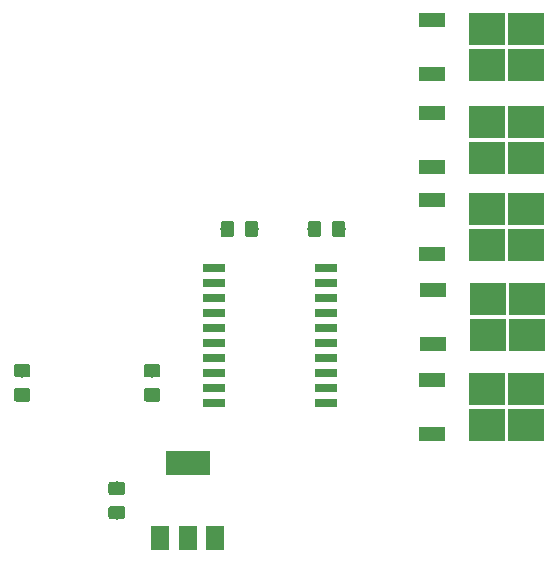
<source format=gbr>
G04 #@! TF.GenerationSoftware,KiCad,Pcbnew,(5.1.0-rc1-9-g8f320697a)*
G04 #@! TF.CreationDate,2019-02-20T21:31:05+01:00
G04 #@! TF.ProjectId,kicad,6b696361-642e-46b6-9963-61645f706362,rev?*
G04 #@! TF.SameCoordinates,Original*
G04 #@! TF.FileFunction,Paste,Top*
G04 #@! TF.FilePolarity,Positive*
%FSLAX46Y46*%
G04 Gerber Fmt 4.6, Leading zero omitted, Abs format (unit mm)*
G04 Created by KiCad (PCBNEW (5.1.0-rc1-9-g8f320697a)) date 2019-02-20 21:31:05*
%MOMM*%
%LPD*%
G04 APERTURE LIST*
%ADD10R,1.950000X0.700000*%
%ADD11C,0.100000*%
%ADD12C,1.150000*%
%ADD13R,2.200000X1.200000*%
%ADD14R,3.050000X2.750000*%
%ADD15R,3.800000X2.000000*%
%ADD16R,1.500000X2.000000*%
G04 APERTURE END LIST*
D10*
X191725000Y-73285000D03*
X191725000Y-74555000D03*
X191725000Y-75825000D03*
X191725000Y-77095000D03*
X191725000Y-78365000D03*
X191725000Y-79635000D03*
X191725000Y-80905000D03*
X191725000Y-82175000D03*
X191725000Y-83445000D03*
X191725000Y-84715000D03*
X182275000Y-84715000D03*
X182275000Y-83445000D03*
X182275000Y-82175000D03*
X182275000Y-80905000D03*
X182275000Y-79635000D03*
X182275000Y-78365000D03*
X182275000Y-77095000D03*
X182275000Y-75825000D03*
X182275000Y-74555000D03*
X182275000Y-73285000D03*
D11*
G36*
X174474505Y-91401204D02*
G01*
X174498773Y-91404804D01*
X174522572Y-91410765D01*
X174545671Y-91419030D01*
X174567850Y-91429520D01*
X174588893Y-91442132D01*
X174608599Y-91456747D01*
X174626777Y-91473223D01*
X174643253Y-91491401D01*
X174657868Y-91511107D01*
X174670480Y-91532150D01*
X174680970Y-91554329D01*
X174689235Y-91577428D01*
X174695196Y-91601227D01*
X174698796Y-91625495D01*
X174700000Y-91649999D01*
X174700000Y-92300001D01*
X174698796Y-92324505D01*
X174695196Y-92348773D01*
X174689235Y-92372572D01*
X174680970Y-92395671D01*
X174670480Y-92417850D01*
X174657868Y-92438893D01*
X174643253Y-92458599D01*
X174626777Y-92476777D01*
X174608599Y-92493253D01*
X174588893Y-92507868D01*
X174567850Y-92520480D01*
X174545671Y-92530970D01*
X174522572Y-92539235D01*
X174498773Y-92545196D01*
X174474505Y-92548796D01*
X174450001Y-92550000D01*
X173549999Y-92550000D01*
X173525495Y-92548796D01*
X173501227Y-92545196D01*
X173477428Y-92539235D01*
X173454329Y-92530970D01*
X173432150Y-92520480D01*
X173411107Y-92507868D01*
X173391401Y-92493253D01*
X173373223Y-92476777D01*
X173356747Y-92458599D01*
X173342132Y-92438893D01*
X173329520Y-92417850D01*
X173319030Y-92395671D01*
X173310765Y-92372572D01*
X173304804Y-92348773D01*
X173301204Y-92324505D01*
X173300000Y-92300001D01*
X173300000Y-91649999D01*
X173301204Y-91625495D01*
X173304804Y-91601227D01*
X173310765Y-91577428D01*
X173319030Y-91554329D01*
X173329520Y-91532150D01*
X173342132Y-91511107D01*
X173356747Y-91491401D01*
X173373223Y-91473223D01*
X173391401Y-91456747D01*
X173411107Y-91442132D01*
X173432150Y-91429520D01*
X173454329Y-91419030D01*
X173477428Y-91410765D01*
X173501227Y-91404804D01*
X173525495Y-91401204D01*
X173549999Y-91400000D01*
X174450001Y-91400000D01*
X174474505Y-91401204D01*
X174474505Y-91401204D01*
G37*
D12*
X174000000Y-91975000D03*
D11*
G36*
X174474505Y-93451204D02*
G01*
X174498773Y-93454804D01*
X174522572Y-93460765D01*
X174545671Y-93469030D01*
X174567850Y-93479520D01*
X174588893Y-93492132D01*
X174608599Y-93506747D01*
X174626777Y-93523223D01*
X174643253Y-93541401D01*
X174657868Y-93561107D01*
X174670480Y-93582150D01*
X174680970Y-93604329D01*
X174689235Y-93627428D01*
X174695196Y-93651227D01*
X174698796Y-93675495D01*
X174700000Y-93699999D01*
X174700000Y-94350001D01*
X174698796Y-94374505D01*
X174695196Y-94398773D01*
X174689235Y-94422572D01*
X174680970Y-94445671D01*
X174670480Y-94467850D01*
X174657868Y-94488893D01*
X174643253Y-94508599D01*
X174626777Y-94526777D01*
X174608599Y-94543253D01*
X174588893Y-94557868D01*
X174567850Y-94570480D01*
X174545671Y-94580970D01*
X174522572Y-94589235D01*
X174498773Y-94595196D01*
X174474505Y-94598796D01*
X174450001Y-94600000D01*
X173549999Y-94600000D01*
X173525495Y-94598796D01*
X173501227Y-94595196D01*
X173477428Y-94589235D01*
X173454329Y-94580970D01*
X173432150Y-94570480D01*
X173411107Y-94557868D01*
X173391401Y-94543253D01*
X173373223Y-94526777D01*
X173356747Y-94508599D01*
X173342132Y-94488893D01*
X173329520Y-94467850D01*
X173319030Y-94445671D01*
X173310765Y-94422572D01*
X173304804Y-94398773D01*
X173301204Y-94374505D01*
X173300000Y-94350001D01*
X173300000Y-93699999D01*
X173301204Y-93675495D01*
X173304804Y-93651227D01*
X173310765Y-93627428D01*
X173319030Y-93604329D01*
X173329520Y-93582150D01*
X173342132Y-93561107D01*
X173356747Y-93541401D01*
X173373223Y-93523223D01*
X173391401Y-93506747D01*
X173411107Y-93492132D01*
X173432150Y-93479520D01*
X173454329Y-93469030D01*
X173477428Y-93460765D01*
X173501227Y-93454804D01*
X173525495Y-93451204D01*
X173549999Y-93450000D01*
X174450001Y-93450000D01*
X174474505Y-93451204D01*
X174474505Y-93451204D01*
G37*
D12*
X174000000Y-94025000D03*
D11*
G36*
X177474505Y-81426204D02*
G01*
X177498773Y-81429804D01*
X177522572Y-81435765D01*
X177545671Y-81444030D01*
X177567850Y-81454520D01*
X177588893Y-81467132D01*
X177608599Y-81481747D01*
X177626777Y-81498223D01*
X177643253Y-81516401D01*
X177657868Y-81536107D01*
X177670480Y-81557150D01*
X177680970Y-81579329D01*
X177689235Y-81602428D01*
X177695196Y-81626227D01*
X177698796Y-81650495D01*
X177700000Y-81674999D01*
X177700000Y-82325001D01*
X177698796Y-82349505D01*
X177695196Y-82373773D01*
X177689235Y-82397572D01*
X177680970Y-82420671D01*
X177670480Y-82442850D01*
X177657868Y-82463893D01*
X177643253Y-82483599D01*
X177626777Y-82501777D01*
X177608599Y-82518253D01*
X177588893Y-82532868D01*
X177567850Y-82545480D01*
X177545671Y-82555970D01*
X177522572Y-82564235D01*
X177498773Y-82570196D01*
X177474505Y-82573796D01*
X177450001Y-82575000D01*
X176549999Y-82575000D01*
X176525495Y-82573796D01*
X176501227Y-82570196D01*
X176477428Y-82564235D01*
X176454329Y-82555970D01*
X176432150Y-82545480D01*
X176411107Y-82532868D01*
X176391401Y-82518253D01*
X176373223Y-82501777D01*
X176356747Y-82483599D01*
X176342132Y-82463893D01*
X176329520Y-82442850D01*
X176319030Y-82420671D01*
X176310765Y-82397572D01*
X176304804Y-82373773D01*
X176301204Y-82349505D01*
X176300000Y-82325001D01*
X176300000Y-81674999D01*
X176301204Y-81650495D01*
X176304804Y-81626227D01*
X176310765Y-81602428D01*
X176319030Y-81579329D01*
X176329520Y-81557150D01*
X176342132Y-81536107D01*
X176356747Y-81516401D01*
X176373223Y-81498223D01*
X176391401Y-81481747D01*
X176411107Y-81467132D01*
X176432150Y-81454520D01*
X176454329Y-81444030D01*
X176477428Y-81435765D01*
X176501227Y-81429804D01*
X176525495Y-81426204D01*
X176549999Y-81425000D01*
X177450001Y-81425000D01*
X177474505Y-81426204D01*
X177474505Y-81426204D01*
G37*
D12*
X177000000Y-82000000D03*
D11*
G36*
X177474505Y-83476204D02*
G01*
X177498773Y-83479804D01*
X177522572Y-83485765D01*
X177545671Y-83494030D01*
X177567850Y-83504520D01*
X177588893Y-83517132D01*
X177608599Y-83531747D01*
X177626777Y-83548223D01*
X177643253Y-83566401D01*
X177657868Y-83586107D01*
X177670480Y-83607150D01*
X177680970Y-83629329D01*
X177689235Y-83652428D01*
X177695196Y-83676227D01*
X177698796Y-83700495D01*
X177700000Y-83724999D01*
X177700000Y-84375001D01*
X177698796Y-84399505D01*
X177695196Y-84423773D01*
X177689235Y-84447572D01*
X177680970Y-84470671D01*
X177670480Y-84492850D01*
X177657868Y-84513893D01*
X177643253Y-84533599D01*
X177626777Y-84551777D01*
X177608599Y-84568253D01*
X177588893Y-84582868D01*
X177567850Y-84595480D01*
X177545671Y-84605970D01*
X177522572Y-84614235D01*
X177498773Y-84620196D01*
X177474505Y-84623796D01*
X177450001Y-84625000D01*
X176549999Y-84625000D01*
X176525495Y-84623796D01*
X176501227Y-84620196D01*
X176477428Y-84614235D01*
X176454329Y-84605970D01*
X176432150Y-84595480D01*
X176411107Y-84582868D01*
X176391401Y-84568253D01*
X176373223Y-84551777D01*
X176356747Y-84533599D01*
X176342132Y-84513893D01*
X176329520Y-84492850D01*
X176319030Y-84470671D01*
X176310765Y-84447572D01*
X176304804Y-84423773D01*
X176301204Y-84399505D01*
X176300000Y-84375001D01*
X176300000Y-83724999D01*
X176301204Y-83700495D01*
X176304804Y-83676227D01*
X176310765Y-83652428D01*
X176319030Y-83629329D01*
X176329520Y-83607150D01*
X176342132Y-83586107D01*
X176356747Y-83566401D01*
X176373223Y-83548223D01*
X176391401Y-83531747D01*
X176411107Y-83517132D01*
X176432150Y-83504520D01*
X176454329Y-83494030D01*
X176477428Y-83485765D01*
X176501227Y-83479804D01*
X176525495Y-83476204D01*
X176549999Y-83475000D01*
X177450001Y-83475000D01*
X177474505Y-83476204D01*
X177474505Y-83476204D01*
G37*
D12*
X177000000Y-84050000D03*
D13*
X200710000Y-67570000D03*
X200710000Y-72130000D03*
D14*
X208685000Y-71375000D03*
X205335000Y-68325000D03*
X208685000Y-68325000D03*
X205335000Y-71375000D03*
D13*
X200710000Y-82810000D03*
X200710000Y-87370000D03*
D14*
X208685000Y-86615000D03*
X205335000Y-83565000D03*
X208685000Y-83565000D03*
X205335000Y-86615000D03*
X205335000Y-64010000D03*
X208685000Y-60960000D03*
X205335000Y-60960000D03*
X208685000Y-64010000D03*
D13*
X200710000Y-64765000D03*
X200710000Y-60205000D03*
X200710000Y-52330000D03*
X200710000Y-56890000D03*
D14*
X208685000Y-56135000D03*
X205335000Y-53085000D03*
X208685000Y-53085000D03*
X205335000Y-56135000D03*
X205425000Y-78995000D03*
X208775000Y-75945000D03*
X205425000Y-75945000D03*
X208775000Y-78995000D03*
D13*
X200800000Y-79750000D03*
X200800000Y-75190000D03*
D11*
G36*
X191094505Y-69301204D02*
G01*
X191118773Y-69304804D01*
X191142572Y-69310765D01*
X191165671Y-69319030D01*
X191187850Y-69329520D01*
X191208893Y-69342132D01*
X191228599Y-69356747D01*
X191246777Y-69373223D01*
X191263253Y-69391401D01*
X191277868Y-69411107D01*
X191290480Y-69432150D01*
X191300970Y-69454329D01*
X191309235Y-69477428D01*
X191315196Y-69501227D01*
X191318796Y-69525495D01*
X191320000Y-69549999D01*
X191320000Y-70450001D01*
X191318796Y-70474505D01*
X191315196Y-70498773D01*
X191309235Y-70522572D01*
X191300970Y-70545671D01*
X191290480Y-70567850D01*
X191277868Y-70588893D01*
X191263253Y-70608599D01*
X191246777Y-70626777D01*
X191228599Y-70643253D01*
X191208893Y-70657868D01*
X191187850Y-70670480D01*
X191165671Y-70680970D01*
X191142572Y-70689235D01*
X191118773Y-70695196D01*
X191094505Y-70698796D01*
X191070001Y-70700000D01*
X190419999Y-70700000D01*
X190395495Y-70698796D01*
X190371227Y-70695196D01*
X190347428Y-70689235D01*
X190324329Y-70680970D01*
X190302150Y-70670480D01*
X190281107Y-70657868D01*
X190261401Y-70643253D01*
X190243223Y-70626777D01*
X190226747Y-70608599D01*
X190212132Y-70588893D01*
X190199520Y-70567850D01*
X190189030Y-70545671D01*
X190180765Y-70522572D01*
X190174804Y-70498773D01*
X190171204Y-70474505D01*
X190170000Y-70450001D01*
X190170000Y-69549999D01*
X190171204Y-69525495D01*
X190174804Y-69501227D01*
X190180765Y-69477428D01*
X190189030Y-69454329D01*
X190199520Y-69432150D01*
X190212132Y-69411107D01*
X190226747Y-69391401D01*
X190243223Y-69373223D01*
X190261401Y-69356747D01*
X190281107Y-69342132D01*
X190302150Y-69329520D01*
X190324329Y-69319030D01*
X190347428Y-69310765D01*
X190371227Y-69304804D01*
X190395495Y-69301204D01*
X190419999Y-69300000D01*
X191070001Y-69300000D01*
X191094505Y-69301204D01*
X191094505Y-69301204D01*
G37*
D12*
X190745000Y-70000000D03*
D11*
G36*
X193144505Y-69301204D02*
G01*
X193168773Y-69304804D01*
X193192572Y-69310765D01*
X193215671Y-69319030D01*
X193237850Y-69329520D01*
X193258893Y-69342132D01*
X193278599Y-69356747D01*
X193296777Y-69373223D01*
X193313253Y-69391401D01*
X193327868Y-69411107D01*
X193340480Y-69432150D01*
X193350970Y-69454329D01*
X193359235Y-69477428D01*
X193365196Y-69501227D01*
X193368796Y-69525495D01*
X193370000Y-69549999D01*
X193370000Y-70450001D01*
X193368796Y-70474505D01*
X193365196Y-70498773D01*
X193359235Y-70522572D01*
X193350970Y-70545671D01*
X193340480Y-70567850D01*
X193327868Y-70588893D01*
X193313253Y-70608599D01*
X193296777Y-70626777D01*
X193278599Y-70643253D01*
X193258893Y-70657868D01*
X193237850Y-70670480D01*
X193215671Y-70680970D01*
X193192572Y-70689235D01*
X193168773Y-70695196D01*
X193144505Y-70698796D01*
X193120001Y-70700000D01*
X192469999Y-70700000D01*
X192445495Y-70698796D01*
X192421227Y-70695196D01*
X192397428Y-70689235D01*
X192374329Y-70680970D01*
X192352150Y-70670480D01*
X192331107Y-70657868D01*
X192311401Y-70643253D01*
X192293223Y-70626777D01*
X192276747Y-70608599D01*
X192262132Y-70588893D01*
X192249520Y-70567850D01*
X192239030Y-70545671D01*
X192230765Y-70522572D01*
X192224804Y-70498773D01*
X192221204Y-70474505D01*
X192220000Y-70450001D01*
X192220000Y-69549999D01*
X192221204Y-69525495D01*
X192224804Y-69501227D01*
X192230765Y-69477428D01*
X192239030Y-69454329D01*
X192249520Y-69432150D01*
X192262132Y-69411107D01*
X192276747Y-69391401D01*
X192293223Y-69373223D01*
X192311401Y-69356747D01*
X192331107Y-69342132D01*
X192352150Y-69329520D01*
X192374329Y-69319030D01*
X192397428Y-69310765D01*
X192421227Y-69304804D01*
X192445495Y-69301204D01*
X192469999Y-69300000D01*
X193120001Y-69300000D01*
X193144505Y-69301204D01*
X193144505Y-69301204D01*
G37*
D12*
X192795000Y-70000000D03*
D11*
G36*
X185769505Y-69301204D02*
G01*
X185793773Y-69304804D01*
X185817572Y-69310765D01*
X185840671Y-69319030D01*
X185862850Y-69329520D01*
X185883893Y-69342132D01*
X185903599Y-69356747D01*
X185921777Y-69373223D01*
X185938253Y-69391401D01*
X185952868Y-69411107D01*
X185965480Y-69432150D01*
X185975970Y-69454329D01*
X185984235Y-69477428D01*
X185990196Y-69501227D01*
X185993796Y-69525495D01*
X185995000Y-69549999D01*
X185995000Y-70450001D01*
X185993796Y-70474505D01*
X185990196Y-70498773D01*
X185984235Y-70522572D01*
X185975970Y-70545671D01*
X185965480Y-70567850D01*
X185952868Y-70588893D01*
X185938253Y-70608599D01*
X185921777Y-70626777D01*
X185903599Y-70643253D01*
X185883893Y-70657868D01*
X185862850Y-70670480D01*
X185840671Y-70680970D01*
X185817572Y-70689235D01*
X185793773Y-70695196D01*
X185769505Y-70698796D01*
X185745001Y-70700000D01*
X185094999Y-70700000D01*
X185070495Y-70698796D01*
X185046227Y-70695196D01*
X185022428Y-70689235D01*
X184999329Y-70680970D01*
X184977150Y-70670480D01*
X184956107Y-70657868D01*
X184936401Y-70643253D01*
X184918223Y-70626777D01*
X184901747Y-70608599D01*
X184887132Y-70588893D01*
X184874520Y-70567850D01*
X184864030Y-70545671D01*
X184855765Y-70522572D01*
X184849804Y-70498773D01*
X184846204Y-70474505D01*
X184845000Y-70450001D01*
X184845000Y-69549999D01*
X184846204Y-69525495D01*
X184849804Y-69501227D01*
X184855765Y-69477428D01*
X184864030Y-69454329D01*
X184874520Y-69432150D01*
X184887132Y-69411107D01*
X184901747Y-69391401D01*
X184918223Y-69373223D01*
X184936401Y-69356747D01*
X184956107Y-69342132D01*
X184977150Y-69329520D01*
X184999329Y-69319030D01*
X185022428Y-69310765D01*
X185046227Y-69304804D01*
X185070495Y-69301204D01*
X185094999Y-69300000D01*
X185745001Y-69300000D01*
X185769505Y-69301204D01*
X185769505Y-69301204D01*
G37*
D12*
X185420000Y-70000000D03*
D11*
G36*
X183719505Y-69301204D02*
G01*
X183743773Y-69304804D01*
X183767572Y-69310765D01*
X183790671Y-69319030D01*
X183812850Y-69329520D01*
X183833893Y-69342132D01*
X183853599Y-69356747D01*
X183871777Y-69373223D01*
X183888253Y-69391401D01*
X183902868Y-69411107D01*
X183915480Y-69432150D01*
X183925970Y-69454329D01*
X183934235Y-69477428D01*
X183940196Y-69501227D01*
X183943796Y-69525495D01*
X183945000Y-69549999D01*
X183945000Y-70450001D01*
X183943796Y-70474505D01*
X183940196Y-70498773D01*
X183934235Y-70522572D01*
X183925970Y-70545671D01*
X183915480Y-70567850D01*
X183902868Y-70588893D01*
X183888253Y-70608599D01*
X183871777Y-70626777D01*
X183853599Y-70643253D01*
X183833893Y-70657868D01*
X183812850Y-70670480D01*
X183790671Y-70680970D01*
X183767572Y-70689235D01*
X183743773Y-70695196D01*
X183719505Y-70698796D01*
X183695001Y-70700000D01*
X183044999Y-70700000D01*
X183020495Y-70698796D01*
X182996227Y-70695196D01*
X182972428Y-70689235D01*
X182949329Y-70680970D01*
X182927150Y-70670480D01*
X182906107Y-70657868D01*
X182886401Y-70643253D01*
X182868223Y-70626777D01*
X182851747Y-70608599D01*
X182837132Y-70588893D01*
X182824520Y-70567850D01*
X182814030Y-70545671D01*
X182805765Y-70522572D01*
X182799804Y-70498773D01*
X182796204Y-70474505D01*
X182795000Y-70450001D01*
X182795000Y-69549999D01*
X182796204Y-69525495D01*
X182799804Y-69501227D01*
X182805765Y-69477428D01*
X182814030Y-69454329D01*
X182824520Y-69432150D01*
X182837132Y-69411107D01*
X182851747Y-69391401D01*
X182868223Y-69373223D01*
X182886401Y-69356747D01*
X182906107Y-69342132D01*
X182927150Y-69329520D01*
X182949329Y-69319030D01*
X182972428Y-69310765D01*
X182996227Y-69304804D01*
X183020495Y-69301204D01*
X183044999Y-69300000D01*
X183695001Y-69300000D01*
X183719505Y-69301204D01*
X183719505Y-69301204D01*
G37*
D12*
X183370000Y-70000000D03*
D11*
G36*
X166474505Y-81426204D02*
G01*
X166498773Y-81429804D01*
X166522572Y-81435765D01*
X166545671Y-81444030D01*
X166567850Y-81454520D01*
X166588893Y-81467132D01*
X166608599Y-81481747D01*
X166626777Y-81498223D01*
X166643253Y-81516401D01*
X166657868Y-81536107D01*
X166670480Y-81557150D01*
X166680970Y-81579329D01*
X166689235Y-81602428D01*
X166695196Y-81626227D01*
X166698796Y-81650495D01*
X166700000Y-81674999D01*
X166700000Y-82325001D01*
X166698796Y-82349505D01*
X166695196Y-82373773D01*
X166689235Y-82397572D01*
X166680970Y-82420671D01*
X166670480Y-82442850D01*
X166657868Y-82463893D01*
X166643253Y-82483599D01*
X166626777Y-82501777D01*
X166608599Y-82518253D01*
X166588893Y-82532868D01*
X166567850Y-82545480D01*
X166545671Y-82555970D01*
X166522572Y-82564235D01*
X166498773Y-82570196D01*
X166474505Y-82573796D01*
X166450001Y-82575000D01*
X165549999Y-82575000D01*
X165525495Y-82573796D01*
X165501227Y-82570196D01*
X165477428Y-82564235D01*
X165454329Y-82555970D01*
X165432150Y-82545480D01*
X165411107Y-82532868D01*
X165391401Y-82518253D01*
X165373223Y-82501777D01*
X165356747Y-82483599D01*
X165342132Y-82463893D01*
X165329520Y-82442850D01*
X165319030Y-82420671D01*
X165310765Y-82397572D01*
X165304804Y-82373773D01*
X165301204Y-82349505D01*
X165300000Y-82325001D01*
X165300000Y-81674999D01*
X165301204Y-81650495D01*
X165304804Y-81626227D01*
X165310765Y-81602428D01*
X165319030Y-81579329D01*
X165329520Y-81557150D01*
X165342132Y-81536107D01*
X165356747Y-81516401D01*
X165373223Y-81498223D01*
X165391401Y-81481747D01*
X165411107Y-81467132D01*
X165432150Y-81454520D01*
X165454329Y-81444030D01*
X165477428Y-81435765D01*
X165501227Y-81429804D01*
X165525495Y-81426204D01*
X165549999Y-81425000D01*
X166450001Y-81425000D01*
X166474505Y-81426204D01*
X166474505Y-81426204D01*
G37*
D12*
X166000000Y-82000000D03*
D11*
G36*
X166474505Y-83476204D02*
G01*
X166498773Y-83479804D01*
X166522572Y-83485765D01*
X166545671Y-83494030D01*
X166567850Y-83504520D01*
X166588893Y-83517132D01*
X166608599Y-83531747D01*
X166626777Y-83548223D01*
X166643253Y-83566401D01*
X166657868Y-83586107D01*
X166670480Y-83607150D01*
X166680970Y-83629329D01*
X166689235Y-83652428D01*
X166695196Y-83676227D01*
X166698796Y-83700495D01*
X166700000Y-83724999D01*
X166700000Y-84375001D01*
X166698796Y-84399505D01*
X166695196Y-84423773D01*
X166689235Y-84447572D01*
X166680970Y-84470671D01*
X166670480Y-84492850D01*
X166657868Y-84513893D01*
X166643253Y-84533599D01*
X166626777Y-84551777D01*
X166608599Y-84568253D01*
X166588893Y-84582868D01*
X166567850Y-84595480D01*
X166545671Y-84605970D01*
X166522572Y-84614235D01*
X166498773Y-84620196D01*
X166474505Y-84623796D01*
X166450001Y-84625000D01*
X165549999Y-84625000D01*
X165525495Y-84623796D01*
X165501227Y-84620196D01*
X165477428Y-84614235D01*
X165454329Y-84605970D01*
X165432150Y-84595480D01*
X165411107Y-84582868D01*
X165391401Y-84568253D01*
X165373223Y-84551777D01*
X165356747Y-84533599D01*
X165342132Y-84513893D01*
X165329520Y-84492850D01*
X165319030Y-84470671D01*
X165310765Y-84447572D01*
X165304804Y-84423773D01*
X165301204Y-84399505D01*
X165300000Y-84375001D01*
X165300000Y-83724999D01*
X165301204Y-83700495D01*
X165304804Y-83676227D01*
X165310765Y-83652428D01*
X165319030Y-83629329D01*
X165329520Y-83607150D01*
X165342132Y-83586107D01*
X165356747Y-83566401D01*
X165373223Y-83548223D01*
X165391401Y-83531747D01*
X165411107Y-83517132D01*
X165432150Y-83504520D01*
X165454329Y-83494030D01*
X165477428Y-83485765D01*
X165501227Y-83479804D01*
X165525495Y-83476204D01*
X165549999Y-83475000D01*
X166450001Y-83475000D01*
X166474505Y-83476204D01*
X166474505Y-83476204D01*
G37*
D12*
X166000000Y-84050000D03*
D15*
X180000000Y-89850000D03*
D16*
X180000000Y-96150000D03*
X182300000Y-96150000D03*
X177700000Y-96150000D03*
M02*

</source>
